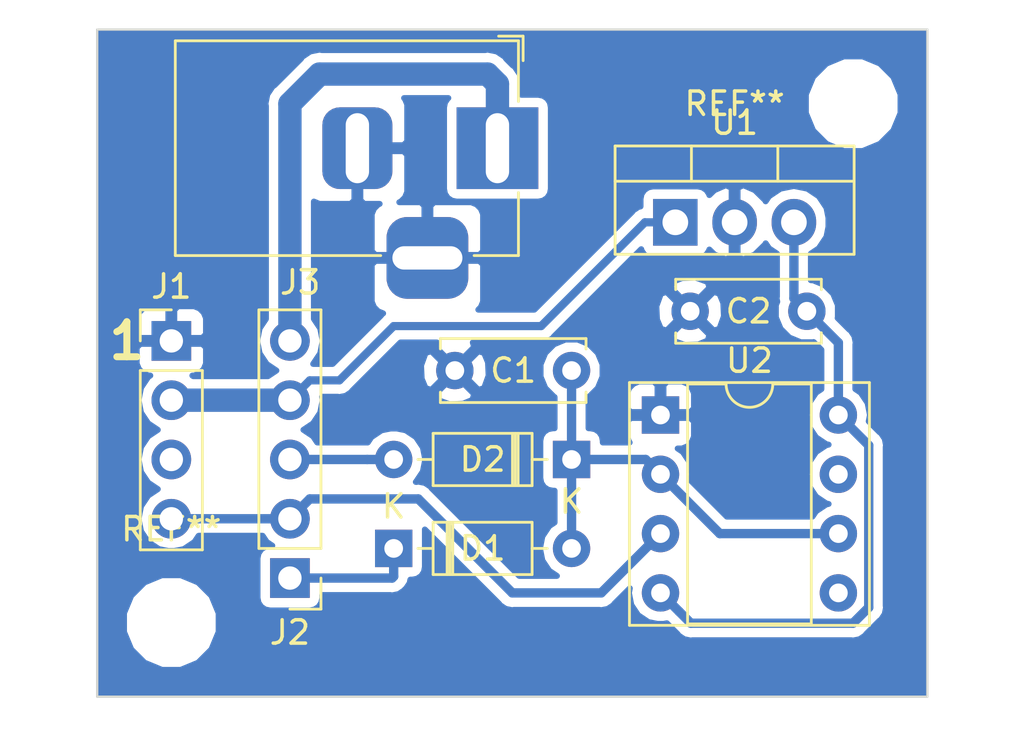
<source format=kicad_pcb>
(kicad_pcb (version 20171130) (host pcbnew 5.0.0)

  (general
    (thickness 1.6)
    (drawings 5)
    (tracks 40)
    (zones 0)
    (modules 11)
    (nets 12)
  )

  (page A4)
  (layers
    (0 F.Cu signal)
    (31 B.Cu signal hide)
    (32 B.Adhes user)
    (33 F.Adhes user)
    (34 B.Paste user)
    (35 F.Paste user)
    (36 B.SilkS user)
    (37 F.SilkS user)
    (38 B.Mask user)
    (39 F.Mask user)
    (40 Dwgs.User user)
    (41 Cmts.User user)
    (42 Eco1.User user)
    (43 Eco2.User user)
    (44 Edge.Cuts user)
    (45 Margin user)
    (46 B.CrtYd user)
    (47 F.CrtYd user)
    (48 B.Fab user)
    (49 F.Fab user)
  )

  (setup
    (last_trace_width 0.35)
    (user_trace_width 0.4)
    (user_trace_width 1)
    (trace_clearance 0.3)
    (zone_clearance 0.4)
    (zone_45_only no)
    (trace_min 0.2)
    (segment_width 0.2)
    (edge_width 0.1)
    (via_size 0.8)
    (via_drill 0.4)
    (via_min_size 0.4)
    (via_min_drill 0.3)
    (uvia_size 0.3)
    (uvia_drill 0.1)
    (uvias_allowed no)
    (uvia_min_size 0.2)
    (uvia_min_drill 0.1)
    (pcb_text_width 0.3)
    (pcb_text_size 1.5 1.5)
    (mod_edge_width 0.15)
    (mod_text_size 1 1)
    (mod_text_width 0.15)
    (pad_size 1.5 1.5)
    (pad_drill 0.6)
    (pad_to_mask_clearance 0)
    (aux_axis_origin 0 0)
    (visible_elements 7FFFFFFF)
    (pcbplotparams
      (layerselection 0x00020_7ffffffe)
      (usegerberextensions false)
      (usegerberattributes false)
      (usegerberadvancedattributes false)
      (creategerberjobfile false)
      (excludeedgelayer true)
      (linewidth 0.100000)
      (plotframeref false)
      (viasonmask false)
      (mode 1)
      (useauxorigin false)
      (hpglpennumber 1)
      (hpglpenspeed 20)
      (hpglpendiameter 15.000000)
      (psnegative false)
      (psa4output false)
      (plotreference true)
      (plotvalue true)
      (plotinvisibletext false)
      (padsonsilk false)
      (subtractmaskfromsilk false)
      (outputformat 5)
      (mirror true)
      (drillshape 2)
      (scaleselection 1)
      (outputdirectory "exports/"))
  )

  (net 0 "")
  (net 1 /LEVEL)
  (net 2 GND)
  (net 3 +5V)
  (net 4 /POT_R)
  (net 5 /POT_L)
  (net 6 +12V)
  (net 7 "Net-(J1-Pad3)")
  (net 8 /POT_M)
  (net 9 /JACK+)
  (net 10 "Net-(U2-Pad5)")
  (net 11 "Net-(U2-Pad7)")

  (net_class Default "This is the default net class."
    (clearance 0.3)
    (trace_width 0.35)
    (via_dia 0.8)
    (via_drill 0.4)
    (uvia_dia 0.3)
    (uvia_drill 0.1)
    (add_net +12V)
    (add_net +5V)
    (add_net /JACK+)
    (add_net /LEVEL)
    (add_net /POT_L)
    (add_net /POT_M)
    (add_net /POT_R)
    (add_net GND)
    (add_net "Net-(J1-Pad3)")
    (add_net "Net-(U2-Pad5)")
    (add_net "Net-(U2-Pad7)")
  )

  (module Connector_BarrelJack:BarrelJack_Horizontal (layer F.Cu) (tedit 5A1DBF6A) (tstamp 5B68BA33)
    (at 144.145 95.885)
    (descr "DC Barrel Jack")
    (tags "Power Jack")
    (path /5B60E914)
    (fp_text reference J3 (at -8.45 5.75) (layer F.SilkS)
      (effects (font (size 1 1) (thickness 0.15)))
    )
    (fp_text value Barrel_Jack_Switch (at -6.2 -5.5) (layer F.Fab)
      (effects (font (size 1 1) (thickness 0.15)))
    )
    (fp_line (start 0 -4.5) (end -13.7 -4.5) (layer F.Fab) (width 0.1))
    (fp_line (start 0.8 4.5) (end 0.8 -3.75) (layer F.Fab) (width 0.1))
    (fp_line (start -13.7 4.5) (end 0.8 4.5) (layer F.Fab) (width 0.1))
    (fp_line (start -13.7 -4.5) (end -13.7 4.5) (layer F.Fab) (width 0.1))
    (fp_line (start -10.2 -4.5) (end -10.2 4.5) (layer F.Fab) (width 0.1))
    (fp_line (start 0.9 -4.6) (end 0.9 -2) (layer F.SilkS) (width 0.12))
    (fp_line (start -13.8 -4.6) (end 0.9 -4.6) (layer F.SilkS) (width 0.12))
    (fp_line (start 0.9 4.6) (end -1 4.6) (layer F.SilkS) (width 0.12))
    (fp_line (start 0.9 1.9) (end 0.9 4.6) (layer F.SilkS) (width 0.12))
    (fp_line (start -13.8 4.6) (end -13.8 -4.6) (layer F.SilkS) (width 0.12))
    (fp_line (start -5 4.6) (end -13.8 4.6) (layer F.SilkS) (width 0.12))
    (fp_line (start -14 4.75) (end -14 -4.75) (layer F.CrtYd) (width 0.05))
    (fp_line (start -5 4.75) (end -14 4.75) (layer F.CrtYd) (width 0.05))
    (fp_line (start -5 6.75) (end -5 4.75) (layer F.CrtYd) (width 0.05))
    (fp_line (start -1 6.75) (end -5 6.75) (layer F.CrtYd) (width 0.05))
    (fp_line (start -1 4.75) (end -1 6.75) (layer F.CrtYd) (width 0.05))
    (fp_line (start 1 4.75) (end -1 4.75) (layer F.CrtYd) (width 0.05))
    (fp_line (start 1 2) (end 1 4.75) (layer F.CrtYd) (width 0.05))
    (fp_line (start 2 2) (end 1 2) (layer F.CrtYd) (width 0.05))
    (fp_line (start 2 -2) (end 2 2) (layer F.CrtYd) (width 0.05))
    (fp_line (start 1 -2) (end 2 -2) (layer F.CrtYd) (width 0.05))
    (fp_line (start 1 -4.5) (end 1 -2) (layer F.CrtYd) (width 0.05))
    (fp_line (start 1 -4.75) (end -14 -4.75) (layer F.CrtYd) (width 0.05))
    (fp_line (start 1 -4.5) (end 1 -4.75) (layer F.CrtYd) (width 0.05))
    (fp_line (start 0.05 -4.8) (end 1.1 -4.8) (layer F.SilkS) (width 0.12))
    (fp_line (start 1.1 -3.75) (end 1.1 -4.8) (layer F.SilkS) (width 0.12))
    (fp_line (start -0.003213 -4.505425) (end 0.8 -3.75) (layer F.Fab) (width 0.1))
    (fp_text user %R (at -3 -2.95) (layer F.Fab)
      (effects (font (size 1 1) (thickness 0.15)))
    )
    (pad 3 thru_hole roundrect (at -3 4.7) (size 3.5 3.5) (drill oval 3 1) (layers *.Cu *.Mask) (roundrect_rratio 0.25)
      (net 2 GND))
    (pad 2 thru_hole roundrect (at -6 0) (size 3 3.5) (drill oval 1 3) (layers *.Cu *.Mask) (roundrect_rratio 0.25)
      (net 2 GND))
    (pad 1 thru_hole rect (at 0 0) (size 3.5 3.5) (drill oval 1 3) (layers *.Cu *.Mask)
      (net 9 /JACK+))
    (model ${KISYS3DMOD}/Connector_BarrelJack.3dshapes/BarrelJack_Horizontal.wrl
      (at (xyz 0 0 0))
      (scale (xyz 1 1 1))
      (rotate (xyz 0 0 0))
    )
  )

  (module Capacitor_THT:C_Disc_D6.0mm_W2.5mm_P5.00mm (layer F.Cu) (tedit 5AE50EF0) (tstamp 5B68B98C)
    (at 147.32 105.41 180)
    (descr "C, Disc series, Radial, pin pitch=5.00mm, , diameter*width=6*2.5mm^2, Capacitor, http://cdn-reichelt.de/documents/datenblatt/B300/DS_KERKO_TC.pdf")
    (tags "C Disc series Radial pin pitch 5.00mm  diameter 6mm width 2.5mm Capacitor")
    (path /5B5D347E)
    (fp_text reference C1 (at 2.5 0 180) (layer F.SilkS)
      (effects (font (size 1 1) (thickness 0.15)))
    )
    (fp_text value 1nF (at 2.5 2.5 180) (layer F.Fab)
      (effects (font (size 1 1) (thickness 0.15)))
    )
    (fp_text user %R (at 2.5 0 180) (layer F.Fab)
      (effects (font (size 1 1) (thickness 0.15)))
    )
    (fp_line (start 6.05 -1.5) (end -1.05 -1.5) (layer F.CrtYd) (width 0.05))
    (fp_line (start 6.05 1.5) (end 6.05 -1.5) (layer F.CrtYd) (width 0.05))
    (fp_line (start -1.05 1.5) (end 6.05 1.5) (layer F.CrtYd) (width 0.05))
    (fp_line (start -1.05 -1.5) (end -1.05 1.5) (layer F.CrtYd) (width 0.05))
    (fp_line (start 5.62 0.925) (end 5.62 1.37) (layer F.SilkS) (width 0.12))
    (fp_line (start 5.62 -1.37) (end 5.62 -0.925) (layer F.SilkS) (width 0.12))
    (fp_line (start -0.62 0.925) (end -0.62 1.37) (layer F.SilkS) (width 0.12))
    (fp_line (start -0.62 -1.37) (end -0.62 -0.925) (layer F.SilkS) (width 0.12))
    (fp_line (start -0.62 1.37) (end 5.62 1.37) (layer F.SilkS) (width 0.12))
    (fp_line (start -0.62 -1.37) (end 5.62 -1.37) (layer F.SilkS) (width 0.12))
    (fp_line (start 5.5 -1.25) (end -0.5 -1.25) (layer F.Fab) (width 0.1))
    (fp_line (start 5.5 1.25) (end 5.5 -1.25) (layer F.Fab) (width 0.1))
    (fp_line (start -0.5 1.25) (end 5.5 1.25) (layer F.Fab) (width 0.1))
    (fp_line (start -0.5 -1.25) (end -0.5 1.25) (layer F.Fab) (width 0.1))
    (pad 2 thru_hole circle (at 5 0 180) (size 1.6 1.6) (drill 0.8) (layers *.Cu *.Mask)
      (net 2 GND))
    (pad 1 thru_hole circle (at 0 0 180) (size 1.6 1.6) (drill 0.8) (layers *.Cu *.Mask)
      (net 1 /LEVEL))
    (model ${KISYS3DMOD}/Capacitor_THT.3dshapes/C_Disc_D6.0mm_W2.5mm_P5.00mm.wrl
      (at (xyz 0 0 0))
      (scale (xyz 1 1 1))
      (rotate (xyz 0 0 0))
    )
  )

  (module Capacitor_THT:C_Disc_D6.0mm_W2.5mm_P5.00mm (layer F.Cu) (tedit 5AE50EF0) (tstamp 5B68B9A1)
    (at 152.4 102.87)
    (descr "C, Disc series, Radial, pin pitch=5.00mm, , diameter*width=6*2.5mm^2, Capacitor, http://cdn-reichelt.de/documents/datenblatt/B300/DS_KERKO_TC.pdf")
    (tags "C Disc series Radial pin pitch 5.00mm  diameter 6mm width 2.5mm Capacitor")
    (path /5B5DADA9)
    (fp_text reference C2 (at 2.5 0) (layer F.SilkS)
      (effects (font (size 1 1) (thickness 0.15)))
    )
    (fp_text value 0.1uF (at 2.5 2.5) (layer F.Fab)
      (effects (font (size 1 1) (thickness 0.15)))
    )
    (fp_text user %R (at 2.5 0) (layer F.Fab)
      (effects (font (size 1 1) (thickness 0.15)))
    )
    (fp_line (start 6.05 -1.5) (end -1.05 -1.5) (layer F.CrtYd) (width 0.05))
    (fp_line (start 6.05 1.5) (end 6.05 -1.5) (layer F.CrtYd) (width 0.05))
    (fp_line (start -1.05 1.5) (end 6.05 1.5) (layer F.CrtYd) (width 0.05))
    (fp_line (start -1.05 -1.5) (end -1.05 1.5) (layer F.CrtYd) (width 0.05))
    (fp_line (start 5.62 0.925) (end 5.62 1.37) (layer F.SilkS) (width 0.12))
    (fp_line (start 5.62 -1.37) (end 5.62 -0.925) (layer F.SilkS) (width 0.12))
    (fp_line (start -0.62 0.925) (end -0.62 1.37) (layer F.SilkS) (width 0.12))
    (fp_line (start -0.62 -1.37) (end -0.62 -0.925) (layer F.SilkS) (width 0.12))
    (fp_line (start -0.62 1.37) (end 5.62 1.37) (layer F.SilkS) (width 0.12))
    (fp_line (start -0.62 -1.37) (end 5.62 -1.37) (layer F.SilkS) (width 0.12))
    (fp_line (start 5.5 -1.25) (end -0.5 -1.25) (layer F.Fab) (width 0.1))
    (fp_line (start 5.5 1.25) (end 5.5 -1.25) (layer F.Fab) (width 0.1))
    (fp_line (start -0.5 1.25) (end 5.5 1.25) (layer F.Fab) (width 0.1))
    (fp_line (start -0.5 -1.25) (end -0.5 1.25) (layer F.Fab) (width 0.1))
    (pad 2 thru_hole circle (at 5 0) (size 1.6 1.6) (drill 0.8) (layers *.Cu *.Mask)
      (net 3 +5V))
    (pad 1 thru_hole circle (at 0 0) (size 1.6 1.6) (drill 0.8) (layers *.Cu *.Mask)
      (net 2 GND))
    (model ${KISYS3DMOD}/Capacitor_THT.3dshapes/C_Disc_D6.0mm_W2.5mm_P5.00mm.wrl
      (at (xyz 0 0 0))
      (scale (xyz 1 1 1))
      (rotate (xyz 0 0 0))
    )
  )

  (module Diode_THT:D_DO-35_SOD27_P7.62mm_Horizontal (layer F.Cu) (tedit 5AE50CD5) (tstamp 5B68B9C0)
    (at 139.7 113.03)
    (descr "Diode, DO-35_SOD27 series, Axial, Horizontal, pin pitch=7.62mm, , length*diameter=4*2mm^2, , http://www.diodes.com/_files/packages/DO-35.pdf")
    (tags "Diode DO-35_SOD27 series Axial Horizontal pin pitch 7.62mm  length 4mm diameter 2mm")
    (path /5B5D2831)
    (fp_text reference D1 (at 3.81 0) (layer F.SilkS)
      (effects (font (size 1 1) (thickness 0.15)))
    )
    (fp_text value 1N4148 (at 3.81 2.12) (layer F.Fab)
      (effects (font (size 1 1) (thickness 0.15)))
    )
    (fp_text user K (at 0 -1.8) (layer F.SilkS)
      (effects (font (size 1 1) (thickness 0.15)))
    )
    (fp_text user K (at 0 -1.8) (layer F.Fab)
      (effects (font (size 1 1) (thickness 0.15)))
    )
    (fp_text user %R (at 4.11 0) (layer F.Fab)
      (effects (font (size 0.8 0.8) (thickness 0.12)))
    )
    (fp_line (start 8.67 -1.25) (end -1.05 -1.25) (layer F.CrtYd) (width 0.05))
    (fp_line (start 8.67 1.25) (end 8.67 -1.25) (layer F.CrtYd) (width 0.05))
    (fp_line (start -1.05 1.25) (end 8.67 1.25) (layer F.CrtYd) (width 0.05))
    (fp_line (start -1.05 -1.25) (end -1.05 1.25) (layer F.CrtYd) (width 0.05))
    (fp_line (start 2.29 -1.12) (end 2.29 1.12) (layer F.SilkS) (width 0.12))
    (fp_line (start 2.53 -1.12) (end 2.53 1.12) (layer F.SilkS) (width 0.12))
    (fp_line (start 2.41 -1.12) (end 2.41 1.12) (layer F.SilkS) (width 0.12))
    (fp_line (start 6.58 0) (end 5.93 0) (layer F.SilkS) (width 0.12))
    (fp_line (start 1.04 0) (end 1.69 0) (layer F.SilkS) (width 0.12))
    (fp_line (start 5.93 -1.12) (end 1.69 -1.12) (layer F.SilkS) (width 0.12))
    (fp_line (start 5.93 1.12) (end 5.93 -1.12) (layer F.SilkS) (width 0.12))
    (fp_line (start 1.69 1.12) (end 5.93 1.12) (layer F.SilkS) (width 0.12))
    (fp_line (start 1.69 -1.12) (end 1.69 1.12) (layer F.SilkS) (width 0.12))
    (fp_line (start 2.31 -1) (end 2.31 1) (layer F.Fab) (width 0.1))
    (fp_line (start 2.51 -1) (end 2.51 1) (layer F.Fab) (width 0.1))
    (fp_line (start 2.41 -1) (end 2.41 1) (layer F.Fab) (width 0.1))
    (fp_line (start 7.62 0) (end 5.81 0) (layer F.Fab) (width 0.1))
    (fp_line (start 0 0) (end 1.81 0) (layer F.Fab) (width 0.1))
    (fp_line (start 5.81 -1) (end 1.81 -1) (layer F.Fab) (width 0.1))
    (fp_line (start 5.81 1) (end 5.81 -1) (layer F.Fab) (width 0.1))
    (fp_line (start 1.81 1) (end 5.81 1) (layer F.Fab) (width 0.1))
    (fp_line (start 1.81 -1) (end 1.81 1) (layer F.Fab) (width 0.1))
    (pad 2 thru_hole oval (at 7.62 0) (size 1.6 1.6) (drill 0.8) (layers *.Cu *.Mask)
      (net 1 /LEVEL))
    (pad 1 thru_hole rect (at 0 0) (size 1.6 1.6) (drill 0.8) (layers *.Cu *.Mask)
      (net 4 /POT_R))
    (model ${KISYS3DMOD}/Diode_THT.3dshapes/D_DO-35_SOD27_P7.62mm_Horizontal.wrl
      (at (xyz 0 0 0))
      (scale (xyz 1 1 1))
      (rotate (xyz 0 0 0))
    )
  )

  (module Diode_THT:D_DO-35_SOD27_P7.62mm_Horizontal (layer F.Cu) (tedit 5AE50CD5) (tstamp 5B68B9DF)
    (at 147.32 109.22 180)
    (descr "Diode, DO-35_SOD27 series, Axial, Horizontal, pin pitch=7.62mm, , length*diameter=4*2mm^2, , http://www.diodes.com/_files/packages/DO-35.pdf")
    (tags "Diode DO-35_SOD27 series Axial Horizontal pin pitch 7.62mm  length 4mm diameter 2mm")
    (path /5B5D2746)
    (fp_text reference D2 (at 3.81 0 180) (layer F.SilkS)
      (effects (font (size 1 1) (thickness 0.15)))
    )
    (fp_text value 1N4148 (at 3.81 2.12 180) (layer F.Fab)
      (effects (font (size 1 1) (thickness 0.15)))
    )
    (fp_text user K (at 0 -1.8 180) (layer F.SilkS)
      (effects (font (size 1 1) (thickness 0.15)))
    )
    (fp_text user K (at 0 -1.8 180) (layer F.Fab)
      (effects (font (size 1 1) (thickness 0.15)))
    )
    (fp_text user %R (at 4.11 0 180) (layer F.Fab)
      (effects (font (size 0.8 0.8) (thickness 0.12)))
    )
    (fp_line (start 8.67 -1.25) (end -1.05 -1.25) (layer F.CrtYd) (width 0.05))
    (fp_line (start 8.67 1.25) (end 8.67 -1.25) (layer F.CrtYd) (width 0.05))
    (fp_line (start -1.05 1.25) (end 8.67 1.25) (layer F.CrtYd) (width 0.05))
    (fp_line (start -1.05 -1.25) (end -1.05 1.25) (layer F.CrtYd) (width 0.05))
    (fp_line (start 2.29 -1.12) (end 2.29 1.12) (layer F.SilkS) (width 0.12))
    (fp_line (start 2.53 -1.12) (end 2.53 1.12) (layer F.SilkS) (width 0.12))
    (fp_line (start 2.41 -1.12) (end 2.41 1.12) (layer F.SilkS) (width 0.12))
    (fp_line (start 6.58 0) (end 5.93 0) (layer F.SilkS) (width 0.12))
    (fp_line (start 1.04 0) (end 1.69 0) (layer F.SilkS) (width 0.12))
    (fp_line (start 5.93 -1.12) (end 1.69 -1.12) (layer F.SilkS) (width 0.12))
    (fp_line (start 5.93 1.12) (end 5.93 -1.12) (layer F.SilkS) (width 0.12))
    (fp_line (start 1.69 1.12) (end 5.93 1.12) (layer F.SilkS) (width 0.12))
    (fp_line (start 1.69 -1.12) (end 1.69 1.12) (layer F.SilkS) (width 0.12))
    (fp_line (start 2.31 -1) (end 2.31 1) (layer F.Fab) (width 0.1))
    (fp_line (start 2.51 -1) (end 2.51 1) (layer F.Fab) (width 0.1))
    (fp_line (start 2.41 -1) (end 2.41 1) (layer F.Fab) (width 0.1))
    (fp_line (start 7.62 0) (end 5.81 0) (layer F.Fab) (width 0.1))
    (fp_line (start 0 0) (end 1.81 0) (layer F.Fab) (width 0.1))
    (fp_line (start 5.81 -1) (end 1.81 -1) (layer F.Fab) (width 0.1))
    (fp_line (start 5.81 1) (end 5.81 -1) (layer F.Fab) (width 0.1))
    (fp_line (start 1.81 1) (end 5.81 1) (layer F.Fab) (width 0.1))
    (fp_line (start 1.81 -1) (end 1.81 1) (layer F.Fab) (width 0.1))
    (pad 2 thru_hole oval (at 7.62 0 180) (size 1.6 1.6) (drill 0.8) (layers *.Cu *.Mask)
      (net 5 /POT_L))
    (pad 1 thru_hole rect (at 0 0 180) (size 1.6 1.6) (drill 0.8) (layers *.Cu *.Mask)
      (net 1 /LEVEL))
    (model ${KISYS3DMOD}/Diode_THT.3dshapes/D_DO-35_SOD27_P7.62mm_Horizontal.wrl
      (at (xyz 0 0 0))
      (scale (xyz 1 1 1))
      (rotate (xyz 0 0 0))
    )
  )

  (module Connector_PinHeader_2.54mm:PinHeader_1x04_P2.54mm_Vertical (layer F.Cu) (tedit 59FED5CC) (tstamp 5B68B9F7)
    (at 130.175 104.14)
    (descr "Through hole straight pin header, 1x04, 2.54mm pitch, single row")
    (tags "Through hole pin header THT 1x04 2.54mm single row")
    (path /5B5E4BD7)
    (fp_text reference J1 (at 0 -2.33) (layer F.SilkS)
      (effects (font (size 1 1) (thickness 0.15)))
    )
    (fp_text value FAN_CONN (at 0 9.95) (layer F.Fab)
      (effects (font (size 1 1) (thickness 0.15)))
    )
    (fp_text user %R (at 0 3.81 90) (layer F.Fab)
      (effects (font (size 1 1) (thickness 0.15)))
    )
    (fp_line (start 1.8 -1.8) (end -1.8 -1.8) (layer F.CrtYd) (width 0.05))
    (fp_line (start 1.8 9.4) (end 1.8 -1.8) (layer F.CrtYd) (width 0.05))
    (fp_line (start -1.8 9.4) (end 1.8 9.4) (layer F.CrtYd) (width 0.05))
    (fp_line (start -1.8 -1.8) (end -1.8 9.4) (layer F.CrtYd) (width 0.05))
    (fp_line (start -1.33 -1.33) (end 0 -1.33) (layer F.SilkS) (width 0.12))
    (fp_line (start -1.33 0) (end -1.33 -1.33) (layer F.SilkS) (width 0.12))
    (fp_line (start -1.33 1.27) (end 1.33 1.27) (layer F.SilkS) (width 0.12))
    (fp_line (start 1.33 1.27) (end 1.33 8.95) (layer F.SilkS) (width 0.12))
    (fp_line (start -1.33 1.27) (end -1.33 8.95) (layer F.SilkS) (width 0.12))
    (fp_line (start -1.33 8.95) (end 1.33 8.95) (layer F.SilkS) (width 0.12))
    (fp_line (start -1.27 -0.635) (end -0.635 -1.27) (layer F.Fab) (width 0.1))
    (fp_line (start -1.27 8.89) (end -1.27 -0.635) (layer F.Fab) (width 0.1))
    (fp_line (start 1.27 8.89) (end -1.27 8.89) (layer F.Fab) (width 0.1))
    (fp_line (start 1.27 -1.27) (end 1.27 8.89) (layer F.Fab) (width 0.1))
    (fp_line (start -0.635 -1.27) (end 1.27 -1.27) (layer F.Fab) (width 0.1))
    (pad 4 thru_hole oval (at 0 7.62) (size 1.7 1.7) (drill 1) (layers *.Cu *.Mask)
      (net 8 /POT_M))
    (pad 3 thru_hole oval (at 0 5.08) (size 1.7 1.7) (drill 1) (layers *.Cu *.Mask)
      (net 7 "Net-(J1-Pad3)"))
    (pad 2 thru_hole oval (at 0 2.54) (size 1.7 1.7) (drill 1) (layers *.Cu *.Mask)
      (net 6 +12V))
    (pad 1 thru_hole rect (at 0 0) (size 1.7 1.7) (drill 1) (layers *.Cu *.Mask)
      (net 2 GND))
    (model ${KISYS3DMOD}/Connector_PinHeader_2.54mm.3dshapes/PinHeader_1x04_P2.54mm_Vertical.wrl
      (at (xyz 0 0 0))
      (scale (xyz 1 1 1))
      (rotate (xyz 0 0 0))
    )
  )

  (module Connector_PinHeader_2.54mm:PinHeader_1x05_P2.54mm_Vertical (layer F.Cu) (tedit 59FED5CC) (tstamp 5B68BA10)
    (at 135.255 114.3 180)
    (descr "Through hole straight pin header, 1x05, 2.54mm pitch, single row")
    (tags "Through hole pin header THT 1x05 2.54mm single row")
    (path /5B5DE47C)
    (fp_text reference J2 (at 0 -2.33 180) (layer F.SilkS)
      (effects (font (size 1 1) (thickness 0.15)))
    )
    (fp_text value CONTROLS_CONN (at 0 12.49 180) (layer F.Fab)
      (effects (font (size 1 1) (thickness 0.15)))
    )
    (fp_text user %R (at 0 5.08 270) (layer F.Fab)
      (effects (font (size 1 1) (thickness 0.15)))
    )
    (fp_line (start 1.8 -1.8) (end -1.8 -1.8) (layer F.CrtYd) (width 0.05))
    (fp_line (start 1.8 11.95) (end 1.8 -1.8) (layer F.CrtYd) (width 0.05))
    (fp_line (start -1.8 11.95) (end 1.8 11.95) (layer F.CrtYd) (width 0.05))
    (fp_line (start -1.8 -1.8) (end -1.8 11.95) (layer F.CrtYd) (width 0.05))
    (fp_line (start -1.33 -1.33) (end 0 -1.33) (layer F.SilkS) (width 0.12))
    (fp_line (start -1.33 0) (end -1.33 -1.33) (layer F.SilkS) (width 0.12))
    (fp_line (start -1.33 1.27) (end 1.33 1.27) (layer F.SilkS) (width 0.12))
    (fp_line (start 1.33 1.27) (end 1.33 11.49) (layer F.SilkS) (width 0.12))
    (fp_line (start -1.33 1.27) (end -1.33 11.49) (layer F.SilkS) (width 0.12))
    (fp_line (start -1.33 11.49) (end 1.33 11.49) (layer F.SilkS) (width 0.12))
    (fp_line (start -1.27 -0.635) (end -0.635 -1.27) (layer F.Fab) (width 0.1))
    (fp_line (start -1.27 11.43) (end -1.27 -0.635) (layer F.Fab) (width 0.1))
    (fp_line (start 1.27 11.43) (end -1.27 11.43) (layer F.Fab) (width 0.1))
    (fp_line (start 1.27 -1.27) (end 1.27 11.43) (layer F.Fab) (width 0.1))
    (fp_line (start -0.635 -1.27) (end 1.27 -1.27) (layer F.Fab) (width 0.1))
    (pad 5 thru_hole oval (at 0 10.16 180) (size 1.7 1.7) (drill 1) (layers *.Cu *.Mask)
      (net 9 /JACK+))
    (pad 4 thru_hole oval (at 0 7.62 180) (size 1.7 1.7) (drill 1) (layers *.Cu *.Mask)
      (net 6 +12V))
    (pad 3 thru_hole oval (at 0 5.08 180) (size 1.7 1.7) (drill 1) (layers *.Cu *.Mask)
      (net 5 /POT_L))
    (pad 2 thru_hole oval (at 0 2.54 180) (size 1.7 1.7) (drill 1) (layers *.Cu *.Mask)
      (net 8 /POT_M))
    (pad 1 thru_hole rect (at 0 0 180) (size 1.7 1.7) (drill 1) (layers *.Cu *.Mask)
      (net 4 /POT_R))
    (model ${KISYS3DMOD}/Connector_PinHeader_2.54mm.3dshapes/PinHeader_1x05_P2.54mm_Vertical.wrl
      (at (xyz 0 0 0))
      (scale (xyz 1 1 1))
      (rotate (xyz 0 0 0))
    )
  )

  (module Package_TO_SOT_THT:TO-220-3_Vertical (layer F.Cu) (tedit 5AC8BA0D) (tstamp 5B68BA4D)
    (at 151.765 99.06)
    (descr "TO-220-3, Vertical, RM 2.54mm, see https://www.vishay.com/docs/66542/to-220-1.pdf")
    (tags "TO-220-3 Vertical RM 2.54mm")
    (path /5B5DE611)
    (fp_text reference U1 (at 2.54 -4.27) (layer F.SilkS)
      (effects (font (size 1 1) (thickness 0.15)))
    )
    (fp_text value L7805 (at 2.54 2.5) (layer F.Fab)
      (effects (font (size 1 1) (thickness 0.15)))
    )
    (fp_text user %R (at 2.54 -4.27) (layer F.Fab)
      (effects (font (size 1 1) (thickness 0.15)))
    )
    (fp_line (start 7.79 -3.4) (end -2.71 -3.4) (layer F.CrtYd) (width 0.05))
    (fp_line (start 7.79 1.51) (end 7.79 -3.4) (layer F.CrtYd) (width 0.05))
    (fp_line (start -2.71 1.51) (end 7.79 1.51) (layer F.CrtYd) (width 0.05))
    (fp_line (start -2.71 -3.4) (end -2.71 1.51) (layer F.CrtYd) (width 0.05))
    (fp_line (start 4.391 -3.27) (end 4.391 -1.76) (layer F.SilkS) (width 0.12))
    (fp_line (start 0.69 -3.27) (end 0.69 -1.76) (layer F.SilkS) (width 0.12))
    (fp_line (start -2.58 -1.76) (end 7.66 -1.76) (layer F.SilkS) (width 0.12))
    (fp_line (start 7.66 -3.27) (end 7.66 1.371) (layer F.SilkS) (width 0.12))
    (fp_line (start -2.58 -3.27) (end -2.58 1.371) (layer F.SilkS) (width 0.12))
    (fp_line (start -2.58 1.371) (end 7.66 1.371) (layer F.SilkS) (width 0.12))
    (fp_line (start -2.58 -3.27) (end 7.66 -3.27) (layer F.SilkS) (width 0.12))
    (fp_line (start 4.39 -3.15) (end 4.39 -1.88) (layer F.Fab) (width 0.1))
    (fp_line (start 0.69 -3.15) (end 0.69 -1.88) (layer F.Fab) (width 0.1))
    (fp_line (start -2.46 -1.88) (end 7.54 -1.88) (layer F.Fab) (width 0.1))
    (fp_line (start 7.54 -3.15) (end -2.46 -3.15) (layer F.Fab) (width 0.1))
    (fp_line (start 7.54 1.25) (end 7.54 -3.15) (layer F.Fab) (width 0.1))
    (fp_line (start -2.46 1.25) (end 7.54 1.25) (layer F.Fab) (width 0.1))
    (fp_line (start -2.46 -3.15) (end -2.46 1.25) (layer F.Fab) (width 0.1))
    (pad 3 thru_hole oval (at 5.08 0) (size 1.905 2) (drill 1.1) (layers *.Cu *.Mask)
      (net 3 +5V))
    (pad 2 thru_hole oval (at 2.54 0) (size 1.905 2) (drill 1.1) (layers *.Cu *.Mask)
      (net 2 GND))
    (pad 1 thru_hole rect (at 0 0) (size 1.905 2) (drill 1.1) (layers *.Cu *.Mask)
      (net 6 +12V))
    (model ${KISYS3DMOD}/Package_TO_SOT_THT.3dshapes/TO-220-3_Vertical.wrl
      (at (xyz 0 0 0))
      (scale (xyz 1 1 1))
      (rotate (xyz 0 0 0))
    )
  )

  (module Package_DIP:DIP-8_W7.62mm_Socket (layer F.Cu) (tedit 5A02E8C5) (tstamp 5B68BA71)
    (at 151.13 107.315)
    (descr "8-lead though-hole mounted DIP package, row spacing 7.62 mm (300 mils), Socket")
    (tags "THT DIP DIL PDIP 2.54mm 7.62mm 300mil Socket")
    (path /5B5D2609)
    (fp_text reference U2 (at 3.81 -2.33) (layer F.SilkS)
      (effects (font (size 1 1) (thickness 0.15)))
    )
    (fp_text value NE555 (at 3.81 9.95) (layer F.Fab)
      (effects (font (size 1 1) (thickness 0.15)))
    )
    (fp_text user %R (at 3.81 3.81) (layer F.Fab)
      (effects (font (size 1 1) (thickness 0.15)))
    )
    (fp_line (start 9.15 -1.6) (end -1.55 -1.6) (layer F.CrtYd) (width 0.05))
    (fp_line (start 9.15 9.2) (end 9.15 -1.6) (layer F.CrtYd) (width 0.05))
    (fp_line (start -1.55 9.2) (end 9.15 9.2) (layer F.CrtYd) (width 0.05))
    (fp_line (start -1.55 -1.6) (end -1.55 9.2) (layer F.CrtYd) (width 0.05))
    (fp_line (start 8.95 -1.39) (end -1.33 -1.39) (layer F.SilkS) (width 0.12))
    (fp_line (start 8.95 9.01) (end 8.95 -1.39) (layer F.SilkS) (width 0.12))
    (fp_line (start -1.33 9.01) (end 8.95 9.01) (layer F.SilkS) (width 0.12))
    (fp_line (start -1.33 -1.39) (end -1.33 9.01) (layer F.SilkS) (width 0.12))
    (fp_line (start 6.46 -1.33) (end 4.81 -1.33) (layer F.SilkS) (width 0.12))
    (fp_line (start 6.46 8.95) (end 6.46 -1.33) (layer F.SilkS) (width 0.12))
    (fp_line (start 1.16 8.95) (end 6.46 8.95) (layer F.SilkS) (width 0.12))
    (fp_line (start 1.16 -1.33) (end 1.16 8.95) (layer F.SilkS) (width 0.12))
    (fp_line (start 2.81 -1.33) (end 1.16 -1.33) (layer F.SilkS) (width 0.12))
    (fp_line (start 8.89 -1.33) (end -1.27 -1.33) (layer F.Fab) (width 0.1))
    (fp_line (start 8.89 8.95) (end 8.89 -1.33) (layer F.Fab) (width 0.1))
    (fp_line (start -1.27 8.95) (end 8.89 8.95) (layer F.Fab) (width 0.1))
    (fp_line (start -1.27 -1.33) (end -1.27 8.95) (layer F.Fab) (width 0.1))
    (fp_line (start 0.635 -0.27) (end 1.635 -1.27) (layer F.Fab) (width 0.1))
    (fp_line (start 0.635 8.89) (end 0.635 -0.27) (layer F.Fab) (width 0.1))
    (fp_line (start 6.985 8.89) (end 0.635 8.89) (layer F.Fab) (width 0.1))
    (fp_line (start 6.985 -1.27) (end 6.985 8.89) (layer F.Fab) (width 0.1))
    (fp_line (start 1.635 -1.27) (end 6.985 -1.27) (layer F.Fab) (width 0.1))
    (fp_arc (start 3.81 -1.33) (end 2.81 -1.33) (angle -180) (layer F.SilkS) (width 0.12))
    (pad 8 thru_hole oval (at 7.62 0) (size 1.6 1.6) (drill 0.8) (layers *.Cu *.Mask)
      (net 3 +5V))
    (pad 4 thru_hole oval (at 0 7.62) (size 1.6 1.6) (drill 0.8) (layers *.Cu *.Mask)
      (net 3 +5V))
    (pad 7 thru_hole oval (at 7.62 2.54) (size 1.6 1.6) (drill 0.8) (layers *.Cu *.Mask)
      (net 11 "Net-(U2-Pad7)"))
    (pad 3 thru_hole oval (at 0 5.08) (size 1.6 1.6) (drill 0.8) (layers *.Cu *.Mask)
      (net 8 /POT_M))
    (pad 6 thru_hole oval (at 7.62 5.08) (size 1.6 1.6) (drill 0.8) (layers *.Cu *.Mask)
      (net 1 /LEVEL))
    (pad 2 thru_hole oval (at 0 2.54) (size 1.6 1.6) (drill 0.8) (layers *.Cu *.Mask)
      (net 1 /LEVEL))
    (pad 5 thru_hole oval (at 7.62 7.62) (size 1.6 1.6) (drill 0.8) (layers *.Cu *.Mask)
      (net 10 "Net-(U2-Pad5)"))
    (pad 1 thru_hole rect (at 0 0) (size 1.6 1.6) (drill 0.8) (layers *.Cu *.Mask)
      (net 2 GND))
    (model ${KISYS3DMOD}/Package_DIP.3dshapes/DIP-8_W7.62mm_Socket.wrl
      (at (xyz 0 0 0))
      (scale (xyz 1 1 1))
      (rotate (xyz 0 0 0))
    )
  )

  (module MountingHole:MountingHole_3mm (layer F.Cu) (tedit 56D1B4CB) (tstamp 5B7525CF)
    (at 159.385 93.98)
    (descr "Mounting Hole 3mm, no annular")
    (tags "mounting hole 3mm no annular")
    (attr virtual)
    (fp_text reference REF** (at -5.08 0) (layer F.SilkS)
      (effects (font (size 1 1) (thickness 0.15)))
    )
    (fp_text value MountingHole_3mm (at 0 4) (layer F.Fab)
      (effects (font (size 1 1) (thickness 0.15)))
    )
    (fp_circle (center 0 0) (end 3.25 0) (layer F.CrtYd) (width 0.05))
    (fp_circle (center 0 0) (end 3 0) (layer Cmts.User) (width 0.15))
    (fp_text user %R (at 0.3 0) (layer F.Fab)
      (effects (font (size 1 1) (thickness 0.15)))
    )
    (pad 1 np_thru_hole circle (at 0 0) (size 3 3) (drill 3) (layers *.Cu *.Mask))
  )

  (module MountingHole:MountingHole_3mm (layer F.Cu) (tedit 56D1B4CB) (tstamp 5B7525DE)
    (at 130.175 116.205)
    (descr "Mounting Hole 3mm, no annular")
    (tags "mounting hole 3mm no annular")
    (attr virtual)
    (fp_text reference REF** (at 0 -4) (layer F.SilkS)
      (effects (font (size 1 1) (thickness 0.15)))
    )
    (fp_text value MountingHole_3mm (at 0 4) (layer F.Fab)
      (effects (font (size 1 1) (thickness 0.15)))
    )
    (fp_circle (center 0 0) (end 3.25 0) (layer F.CrtYd) (width 0.05))
    (fp_circle (center 0 0) (end 3 0) (layer Cmts.User) (width 0.15))
    (fp_text user %R (at 0.3 0) (layer F.Fab)
      (effects (font (size 1 1) (thickness 0.15)))
    )
    (pad 1 np_thru_hole circle (at 0 0) (size 3 3) (drill 3) (layers *.Cu *.Mask))
  )

  (gr_line (start 127 119.38) (end 162.56 119.38) (layer Edge.Cuts) (width 0.1))
  (gr_line (start 127 90.805) (end 127 119.38) (layer Edge.Cuts) (width 0.1))
  (gr_line (start 162.56 90.805) (end 127 90.805) (layer Edge.Cuts) (width 0.1))
  (gr_line (start 162.56 119.38) (end 162.56 90.805) (layer Edge.Cuts) (width 0.1))
  (gr_text 1 (at 128.27 104.14) (layer F.SilkS)
    (effects (font (size 1.5 1.5) (thickness 0.3)))
  )

  (segment (start 153.67 112.395) (end 151.13 109.855) (width 0.4) (layer B.Cu) (net 1))
  (segment (start 158.75 112.395) (end 153.67 112.395) (width 0.4) (layer B.Cu) (net 1))
  (segment (start 147.32 105.41) (end 147.32 109.22) (width 0.4) (layer B.Cu) (net 1))
  (segment (start 150.495 109.22) (end 151.13 109.855) (width 0.4) (layer B.Cu) (net 1))
  (segment (start 147.32 109.22) (end 150.495 109.22) (width 0.4) (layer B.Cu) (net 1))
  (segment (start 147.32 109.22) (end 147.32 113.03) (width 0.4) (layer B.Cu) (net 1))
  (segment (start 152.430001 116.235001) (end 151.929999 115.734999) (width 0.4) (layer B.Cu) (net 3))
  (segment (start 159.374001 116.235001) (end 152.430001 116.235001) (width 0.4) (layer B.Cu) (net 3))
  (segment (start 151.929999 115.734999) (end 151.13 114.935) (width 0.4) (layer B.Cu) (net 3))
  (segment (start 160.050001 115.559001) (end 159.374001 116.235001) (width 0.4) (layer B.Cu) (net 3))
  (segment (start 160.050001 108.615001) (end 160.050001 115.559001) (width 0.4) (layer B.Cu) (net 3))
  (segment (start 158.75 107.315) (end 160.050001 108.615001) (width 0.4) (layer B.Cu) (net 3))
  (segment (start 158.75 104.22) (end 157.4 102.87) (width 0.4) (layer B.Cu) (net 3))
  (segment (start 158.75 107.315) (end 158.75 104.22) (width 0.4) (layer B.Cu) (net 3))
  (segment (start 156.845 102.315) (end 157.4 102.87) (width 0.4) (layer B.Cu) (net 3))
  (segment (start 156.845 99.06) (end 156.845 102.315) (width 0.4) (layer B.Cu) (net 3))
  (segment (start 139.63 114.3) (end 139.7 114.23) (width 0.4) (layer B.Cu) (net 4))
  (segment (start 139.7 114.23) (end 139.7 113.03) (width 0.4) (layer B.Cu) (net 4))
  (segment (start 135.255 114.3) (end 139.63 114.3) (width 0.4) (layer B.Cu) (net 4))
  (segment (start 138.56863 109.22) (end 135.255 109.22) (width 0.4) (layer B.Cu) (net 5))
  (segment (start 139.7 109.22) (end 138.56863 109.22) (width 0.4) (layer B.Cu) (net 5))
  (segment (start 136.104999 105.830001) (end 137.374999 105.830001) (width 0.35) (layer B.Cu) (net 6))
  (segment (start 135.255 106.68) (end 136.104999 105.830001) (width 0.35) (layer B.Cu) (net 6))
  (segment (start 137.374999 105.830001) (end 139.7 103.505) (width 0.35) (layer B.Cu) (net 6))
  (segment (start 150.4625 99.06) (end 151.765 99.06) (width 0.35) (layer B.Cu) (net 6))
  (segment (start 146.0175 103.505) (end 150.4625 99.06) (width 0.35) (layer B.Cu) (net 6))
  (segment (start 139.7 103.505) (end 146.0175 103.505) (width 0.35) (layer B.Cu) (net 6))
  (segment (start 135.255 106.68) (end 130.175 106.68) (width 1) (layer B.Cu) (net 6))
  (segment (start 136.104999 110.910001) (end 140.755001 110.910001) (width 0.4) (layer B.Cu) (net 8))
  (segment (start 135.255 111.76) (end 136.104999 110.910001) (width 0.4) (layer B.Cu) (net 8))
  (segment (start 151.13 112.395) (end 148.59 114.935) (width 0.4) (layer B.Cu) (net 8))
  (segment (start 144.78 114.935) (end 140.755001 110.910001) (width 0.4) (layer B.Cu) (net 8))
  (segment (start 148.59 114.935) (end 144.78 114.935) (width 0.4) (layer B.Cu) (net 8))
  (segment (start 135.255 111.76) (end 130.175 111.76) (width 0.4) (layer B.Cu) (net 8))
  (segment (start 144.145 95.885) (end 144.145 94.615) (width 1) (layer B.Cu) (net 9))
  (segment (start 135.255 93.98) (end 135.255 104.14) (width 1) (layer B.Cu) (net 9))
  (segment (start 136.525 92.71) (end 135.255 93.98) (width 1) (layer B.Cu) (net 9))
  (segment (start 143.72 92.71) (end 136.525 92.71) (width 1) (layer B.Cu) (net 9))
  (segment (start 144.145 95.885) (end 144.145 93.135) (width 1) (layer B.Cu) (net 9))
  (segment (start 144.145 93.135) (end 143.72 92.71) (width 1) (layer B.Cu) (net 9))

  (zone (net 2) (net_name GND) (layer B.Cu) (tstamp 5B69E37C) (hatch edge 0.508)
    (connect_pads (clearance 0.4))
    (min_thickness 0.254)
    (fill yes (arc_segments 16) (thermal_gap 0.508) (thermal_bridge_width 0.508))
    (polygon
      (pts
        (xy 127 90.805) (xy 127 119.38) (xy 162.56 119.38) (xy 162.56 90.805)
      )
    )
    (filled_polygon
      (pts
        (xy 162.433 119.253) (xy 127.127 119.253) (xy 127.127 115.801805) (xy 128.148 115.801805) (xy 128.148 116.608195)
        (xy 128.456593 117.353203) (xy 129.026797 117.923407) (xy 129.771805 118.232) (xy 130.578195 118.232) (xy 131.323203 117.923407)
        (xy 131.893407 117.353203) (xy 132.202 116.608195) (xy 132.202 115.801805) (xy 131.893407 115.056797) (xy 131.323203 114.486593)
        (xy 130.578195 114.178) (xy 129.771805 114.178) (xy 129.026797 114.486593) (xy 128.456593 115.056797) (xy 128.148 115.801805)
        (xy 127.127 115.801805) (xy 127.127 104.42575) (xy 128.69 104.42575) (xy 128.69 105.11631) (xy 128.786673 105.349699)
        (xy 128.965302 105.528327) (xy 129.198691 105.625) (xy 129.275384 105.625) (xy 129.182238 105.687238) (xy 128.877894 106.142721)
        (xy 128.771023 106.68) (xy 128.877894 107.217279) (xy 129.182238 107.672762) (xy 129.597154 107.95) (xy 129.182238 108.227238)
        (xy 128.877894 108.682721) (xy 128.771023 109.22) (xy 128.877894 109.757279) (xy 129.182238 110.212762) (xy 129.597154 110.49)
        (xy 129.182238 110.767238) (xy 128.877894 111.222721) (xy 128.771023 111.76) (xy 128.877894 112.297279) (xy 129.182238 112.752762)
        (xy 129.637721 113.057106) (xy 130.039377 113.137) (xy 130.310623 113.137) (xy 130.712279 113.057106) (xy 131.167762 112.752762)
        (xy 131.345338 112.487) (xy 134.084662 112.487) (xy 134.262238 112.752762) (xy 134.501566 112.912676) (xy 134.405 112.912676)
        (xy 134.199375 112.953577) (xy 134.025055 113.070055) (xy 133.908577 113.244375) (xy 133.867676 113.45) (xy 133.867676 115.15)
        (xy 133.908577 115.355625) (xy 134.025055 115.529945) (xy 134.199375 115.646423) (xy 134.405 115.687324) (xy 136.105 115.687324)
        (xy 136.310625 115.646423) (xy 136.484945 115.529945) (xy 136.601423 115.355625) (xy 136.642324 115.15) (xy 136.642324 115.027)
        (xy 139.558405 115.027) (xy 139.63 115.041241) (xy 139.701595 115.027) (xy 139.701599 115.027) (xy 139.913661 114.984818)
        (xy 140.154137 114.824137) (xy 140.182176 114.782174) (xy 140.224136 114.754137) (xy 140.384818 114.513661) (xy 140.413926 114.367324)
        (xy 140.5 114.367324) (xy 140.705625 114.326423) (xy 140.879945 114.209945) (xy 140.996423 114.035625) (xy 141.037324 113.83)
        (xy 141.037324 112.23) (xy 141.034954 112.218086) (xy 144.215305 115.398438) (xy 144.255863 115.459137) (xy 144.496339 115.619818)
        (xy 144.708401 115.662) (xy 144.708405 115.662) (xy 144.779999 115.676241) (xy 144.851593 115.662) (xy 148.518405 115.662)
        (xy 148.59 115.676241) (xy 148.661595 115.662) (xy 148.661599 115.662) (xy 148.873661 115.619818) (xy 149.114137 115.459137)
        (xy 149.154696 115.398436) (xy 149.816451 114.736681) (xy 149.777003 114.935) (xy 149.879994 115.45277) (xy 150.173287 115.891713)
        (xy 150.61223 116.185006) (xy 150.999304 116.262) (xy 151.260696 116.262) (xy 151.400966 116.234099) (xy 151.46656 116.299693)
        (xy 151.466562 116.299694) (xy 151.865308 116.698442) (xy 151.905864 116.759138) (xy 151.966559 116.799693) (xy 151.966562 116.799696)
        (xy 152.14634 116.919819) (xy 152.358402 116.962001) (xy 152.358406 116.962001) (xy 152.430001 116.976242) (xy 152.501596 116.962001)
        (xy 159.302406 116.962001) (xy 159.374001 116.976242) (xy 159.445596 116.962001) (xy 159.4456 116.962001) (xy 159.657662 116.919819)
        (xy 159.898138 116.759138) (xy 159.938697 116.698437) (xy 160.513439 116.123696) (xy 160.574138 116.083138) (xy 160.734819 115.842662)
        (xy 160.777001 115.6306) (xy 160.777001 115.630596) (xy 160.791242 115.559002) (xy 160.777001 115.487408) (xy 160.777001 108.686595)
        (xy 160.791242 108.615) (xy 160.777001 108.543403) (xy 160.777001 108.543402) (xy 160.734819 108.33134) (xy 160.689347 108.263287)
        (xy 160.614695 108.151562) (xy 160.614693 108.15156) (xy 160.574137 108.090864) (xy 160.513441 108.050308) (xy 160.049098 107.585966)
        (xy 160.102997 107.315) (xy 160.000006 106.79723) (xy 159.706713 106.358287) (xy 159.477 106.204797) (xy 159.477 104.291593)
        (xy 159.491241 104.219999) (xy 159.477 104.148405) (xy 159.477 104.148401) (xy 159.434818 103.936339) (xy 159.274137 103.695863)
        (xy 159.213438 103.655305) (xy 158.716775 103.158642) (xy 158.727 103.133957) (xy 158.727 102.606043) (xy 158.524976 102.118315)
        (xy 158.151685 101.745024) (xy 157.663957 101.543) (xy 157.572 101.543) (xy 157.572 100.401113) (xy 157.91166 100.17416)
        (xy 158.238658 99.684771) (xy 158.3245 99.253216) (xy 158.3245 98.866783) (xy 158.238658 98.435228) (xy 157.91166 97.94584)
        (xy 157.422271 97.618842) (xy 156.845 97.504015) (xy 156.267728 97.618842) (xy 155.77834 97.94584) (xy 155.633703 98.162306)
        (xy 155.614318 98.116909) (xy 155.171924 97.684027) (xy 154.67798 97.469437) (xy 154.432 97.589406) (xy 154.432 98.933)
        (xy 154.452 98.933) (xy 154.452 99.187) (xy 154.432 99.187) (xy 154.432 100.530594) (xy 154.67798 100.650563)
        (xy 155.171924 100.435973) (xy 155.614318 100.003091) (xy 155.633703 99.957694) (xy 155.77834 100.17416) (xy 156.118 100.401113)
        (xy 156.118001 102.2434) (xy 156.103759 102.315) (xy 156.13289 102.461455) (xy 156.073 102.606043) (xy 156.073 103.133957)
        (xy 156.275024 103.621685) (xy 156.648315 103.994976) (xy 157.136043 104.197) (xy 157.663957 104.197) (xy 157.688642 104.186775)
        (xy 158.023001 104.521134) (xy 158.023 106.204797) (xy 157.793287 106.358287) (xy 157.499994 106.79723) (xy 157.397003 107.315)
        (xy 157.499994 107.83277) (xy 157.793287 108.271713) (xy 158.23223 108.565006) (xy 158.332746 108.585) (xy 158.23223 108.604994)
        (xy 157.793287 108.898287) (xy 157.499994 109.33723) (xy 157.397003 109.855) (xy 157.499994 110.37277) (xy 157.793287 110.811713)
        (xy 158.23223 111.105006) (xy 158.332746 111.125) (xy 158.23223 111.144994) (xy 157.793287 111.438287) (xy 157.639797 111.668)
        (xy 153.971133 111.668) (xy 152.429098 110.125966) (xy 152.482997 109.855) (xy 152.380006 109.33723) (xy 152.086713 108.898287)
        (xy 151.864786 108.75) (xy 152.056309 108.75) (xy 152.289698 108.653327) (xy 152.468327 108.474699) (xy 152.565 108.24131)
        (xy 152.565 107.60075) (xy 152.40625 107.442) (xy 151.257 107.442) (xy 151.257 107.462) (xy 151.003 107.462)
        (xy 151.003 107.442) (xy 149.85375 107.442) (xy 149.695 107.60075) (xy 149.695 108.24131) (xy 149.791673 108.474699)
        (xy 149.809974 108.493) (xy 148.657324 108.493) (xy 148.657324 108.42) (xy 148.616423 108.214375) (xy 148.499945 108.040055)
        (xy 148.325625 107.923577) (xy 148.12 107.882676) (xy 148.047 107.882676) (xy 148.047 106.545201) (xy 148.071685 106.534976)
        (xy 148.217971 106.38869) (xy 149.695 106.38869) (xy 149.695 107.02925) (xy 149.85375 107.188) (xy 151.003 107.188)
        (xy 151.003 106.03875) (xy 151.257 106.03875) (xy 151.257 107.188) (xy 152.40625 107.188) (xy 152.565 107.02925)
        (xy 152.565 106.38869) (xy 152.468327 106.155301) (xy 152.289698 105.976673) (xy 152.056309 105.88) (xy 151.41575 105.88)
        (xy 151.257 106.03875) (xy 151.003 106.03875) (xy 150.84425 105.88) (xy 150.203691 105.88) (xy 149.970302 105.976673)
        (xy 149.791673 106.155301) (xy 149.695 106.38869) (xy 148.217971 106.38869) (xy 148.444976 106.161685) (xy 148.647 105.673957)
        (xy 148.647 105.146043) (xy 148.444976 104.658315) (xy 148.071685 104.285024) (xy 147.583957 104.083) (xy 147.056043 104.083)
        (xy 146.568315 104.285024) (xy 146.195024 104.658315) (xy 145.993 105.146043) (xy 145.993 105.673957) (xy 146.195024 106.161685)
        (xy 146.568315 106.534976) (xy 146.593 106.545201) (xy 146.593001 107.882676) (xy 146.52 107.882676) (xy 146.314375 107.923577)
        (xy 146.140055 108.040055) (xy 146.023577 108.214375) (xy 145.982676 108.42) (xy 145.982676 110.02) (xy 146.023577 110.225625)
        (xy 146.140055 110.399945) (xy 146.314375 110.516423) (xy 146.52 110.557324) (xy 146.593 110.557324) (xy 146.593001 111.919797)
        (xy 146.363287 112.073287) (xy 146.069994 112.51223) (xy 145.967003 113.03) (xy 146.069994 113.54777) (xy 146.363287 113.986713)
        (xy 146.694466 114.208) (xy 145.081133 114.208) (xy 141.319697 110.446565) (xy 141.279138 110.385864) (xy 141.038662 110.225183)
        (xy 140.8266 110.183001) (xy 140.826596 110.183001) (xy 140.755001 110.16876) (xy 140.683406 110.183001) (xy 140.647302 110.183001)
        (xy 140.656713 110.176713) (xy 140.950006 109.73777) (xy 141.052997 109.22) (xy 140.950006 108.70223) (xy 140.656713 108.263287)
        (xy 140.21777 107.969994) (xy 139.830696 107.893) (xy 139.569304 107.893) (xy 139.18223 107.969994) (xy 138.743287 108.263287)
        (xy 138.589797 108.493) (xy 136.425338 108.493) (xy 136.247762 108.227238) (xy 135.832846 107.95) (xy 136.247762 107.672762)
        (xy 136.552106 107.217279) (xy 136.658977 106.68) (xy 136.629538 106.532001) (xy 137.305867 106.532001) (xy 137.374999 106.545752)
        (xy 137.444131 106.532001) (xy 137.444135 106.532001) (xy 137.648905 106.49127) (xy 137.758942 106.417745) (xy 141.491861 106.417745)
        (xy 141.565995 106.663864) (xy 142.103223 106.856965) (xy 142.673454 106.829778) (xy 143.074005 106.663864) (xy 143.148139 106.417745)
        (xy 142.32 105.589605) (xy 141.491861 106.417745) (xy 137.758942 106.417745) (xy 137.881112 106.336114) (xy 137.920276 106.277501)
        (xy 139.004554 105.193223) (xy 140.873035 105.193223) (xy 140.900222 105.763454) (xy 141.066136 106.164005) (xy 141.312255 106.238139)
        (xy 142.140395 105.41) (xy 142.499605 105.41) (xy 143.327745 106.238139) (xy 143.573864 106.164005) (xy 143.766965 105.626777)
        (xy 143.739778 105.056546) (xy 143.573864 104.655995) (xy 143.327745 104.581861) (xy 142.499605 105.41) (xy 142.140395 105.41)
        (xy 141.312255 104.581861) (xy 141.066136 104.655995) (xy 140.873035 105.193223) (xy 139.004554 105.193223) (xy 139.990778 104.207)
        (xy 141.550674 104.207) (xy 141.491861 104.402255) (xy 142.32 105.230395) (xy 143.148139 104.402255) (xy 143.089326 104.207)
        (xy 145.948368 104.207) (xy 146.0175 104.220751) (xy 146.086632 104.207) (xy 146.086636 104.207) (xy 146.291406 104.166269)
        (xy 146.523613 104.011113) (xy 146.562777 103.9525) (xy 146.637532 103.877745) (xy 151.571861 103.877745) (xy 151.645995 104.123864)
        (xy 152.183223 104.316965) (xy 152.753454 104.289778) (xy 153.154005 104.123864) (xy 153.228139 103.877745) (xy 152.4 103.049605)
        (xy 151.571861 103.877745) (xy 146.637532 103.877745) (xy 147.862054 102.653223) (xy 150.953035 102.653223) (xy 150.980222 103.223454)
        (xy 151.146136 103.624005) (xy 151.392255 103.698139) (xy 152.220395 102.87) (xy 152.579605 102.87) (xy 153.407745 103.698139)
        (xy 153.653864 103.624005) (xy 153.846965 103.086777) (xy 153.819778 102.516546) (xy 153.653864 102.115995) (xy 153.407745 102.041861)
        (xy 152.579605 102.87) (xy 152.220395 102.87) (xy 151.392255 102.041861) (xy 151.146136 102.115995) (xy 150.953035 102.653223)
        (xy 147.862054 102.653223) (xy 148.653022 101.862255) (xy 151.571861 101.862255) (xy 152.4 102.690395) (xy 153.228139 101.862255)
        (xy 153.154005 101.616136) (xy 152.616777 101.423035) (xy 152.046546 101.450222) (xy 151.645995 101.616136) (xy 151.571861 101.862255)
        (xy 148.653022 101.862255) (xy 150.305057 100.210221) (xy 150.316077 100.265625) (xy 150.432555 100.439945) (xy 150.606875 100.556423)
        (xy 150.8125 100.597324) (xy 152.7175 100.597324) (xy 152.923125 100.556423) (xy 153.097445 100.439945) (xy 153.213923 100.265625)
        (xy 153.222079 100.22462) (xy 153.438076 100.435973) (xy 153.93202 100.650563) (xy 154.178 100.530594) (xy 154.178 99.187)
        (xy 154.158 99.187) (xy 154.158 98.933) (xy 154.178 98.933) (xy 154.178 97.589406) (xy 153.93202 97.469437)
        (xy 153.438076 97.684027) (xy 153.222079 97.89538) (xy 153.213923 97.854375) (xy 153.097445 97.680055) (xy 152.923125 97.563577)
        (xy 152.7175 97.522676) (xy 150.8125 97.522676) (xy 150.606875 97.563577) (xy 150.432555 97.680055) (xy 150.316077 97.854375)
        (xy 150.275176 98.06) (xy 150.275176 98.381509) (xy 150.188594 98.398731) (xy 150.188593 98.398732) (xy 150.188592 98.398732)
        (xy 150.133972 98.435228) (xy 149.956387 98.553887) (xy 149.917225 98.612497) (xy 145.726723 102.803) (xy 143.325025 102.803)
        (xy 143.433327 102.694699) (xy 143.53 102.46131) (xy 143.53 100.87075) (xy 143.37125 100.712) (xy 141.272 100.712)
        (xy 141.272 100.732) (xy 141.018 100.732) (xy 141.018 100.712) (xy 138.91875 100.712) (xy 138.76 100.87075)
        (xy 138.76 102.46131) (xy 138.856673 102.694699) (xy 139.035302 102.873327) (xy 139.249201 102.961927) (xy 139.193887 102.998887)
        (xy 139.154725 103.057497) (xy 137.084222 105.128001) (xy 136.250943 105.128001) (xy 136.552106 104.677279) (xy 136.658977 104.14)
        (xy 136.552106 103.602721) (xy 136.282 103.198479) (xy 136.282 98.170025) (xy 136.285302 98.173327) (xy 136.518691 98.27)
        (xy 137.85925 98.27) (xy 138.018 98.11125) (xy 138.018 96.012) (xy 138.272 96.012) (xy 138.272 98.11125)
        (xy 138.43075 98.27) (xy 139.099696 98.27) (xy 139.035302 98.296673) (xy 138.856673 98.475301) (xy 138.76 98.70869)
        (xy 138.76 100.29925) (xy 138.91875 100.458) (xy 141.018 100.458) (xy 141.018 98.35875) (xy 141.272 98.35875)
        (xy 141.272 100.458) (xy 143.37125 100.458) (xy 143.53 100.29925) (xy 143.53 98.70869) (xy 143.433327 98.475301)
        (xy 143.254698 98.296673) (xy 143.021309 98.2) (xy 141.43075 98.2) (xy 141.272 98.35875) (xy 141.018 98.35875)
        (xy 140.85925 98.2) (xy 139.940304 98.2) (xy 140.004698 98.173327) (xy 140.183327 97.994699) (xy 140.28 97.76131)
        (xy 140.28 96.17075) (xy 140.12125 96.012) (xy 138.272 96.012) (xy 138.018 96.012) (xy 137.998 96.012)
        (xy 137.998 95.758) (xy 138.018 95.758) (xy 138.018 95.738) (xy 138.272 95.738) (xy 138.272 95.758)
        (xy 140.12125 95.758) (xy 140.28 95.59925) (xy 140.28 94.00869) (xy 140.183327 93.775301) (xy 140.145026 93.737)
        (xy 142.042076 93.737) (xy 142.015055 93.755055) (xy 141.898577 93.929375) (xy 141.857676 94.135) (xy 141.857676 97.635)
        (xy 141.898577 97.840625) (xy 142.015055 98.014945) (xy 142.189375 98.131423) (xy 142.395 98.172324) (xy 145.895 98.172324)
        (xy 146.100625 98.131423) (xy 146.274945 98.014945) (xy 146.391423 97.840625) (xy 146.432324 97.635) (xy 146.432324 94.135)
        (xy 146.391423 93.929375) (xy 146.274945 93.755055) (xy 146.100625 93.638577) (xy 145.895 93.597676) (xy 145.172 93.597676)
        (xy 145.172 93.576805) (xy 157.358 93.576805) (xy 157.358 94.383195) (xy 157.666593 95.128203) (xy 158.236797 95.698407)
        (xy 158.981805 96.007) (xy 159.788195 96.007) (xy 160.533203 95.698407) (xy 161.103407 95.128203) (xy 161.412 94.383195)
        (xy 161.412 93.576805) (xy 161.103407 92.831797) (xy 160.533203 92.261593) (xy 159.788195 91.953) (xy 158.981805 91.953)
        (xy 158.236797 92.261593) (xy 157.666593 92.831797) (xy 157.358 93.576805) (xy 145.172 93.576805) (xy 145.172 93.236149)
        (xy 145.19212 93.135) (xy 145.172 93.03385) (xy 145.112413 92.734285) (xy 144.885426 92.394574) (xy 144.799669 92.337273)
        (xy 144.517727 92.055331) (xy 144.460426 91.969574) (xy 144.120715 91.742587) (xy 143.82115 91.683) (xy 143.821149 91.683)
        (xy 143.72 91.66288) (xy 143.618851 91.683) (xy 136.626148 91.683) (xy 136.524999 91.66288) (xy 136.42385 91.683)
        (xy 136.124285 91.742587) (xy 136.124284 91.742588) (xy 136.124283 91.742588) (xy 136.050828 91.791669) (xy 135.784574 91.969574)
        (xy 135.727275 92.055328) (xy 134.60033 93.182274) (xy 134.514574 93.239574) (xy 134.287587 93.579286) (xy 134.228851 93.874574)
        (xy 134.20788 93.98) (xy 134.228 94.081149) (xy 134.228001 103.198477) (xy 133.957894 103.602721) (xy 133.851023 104.14)
        (xy 133.957894 104.677279) (xy 134.262238 105.132762) (xy 134.677154 105.41) (xy 134.313479 105.653) (xy 131.116521 105.653)
        (xy 131.074616 105.625) (xy 131.151309 105.625) (xy 131.384698 105.528327) (xy 131.563327 105.349699) (xy 131.66 105.11631)
        (xy 131.66 104.42575) (xy 131.50125 104.267) (xy 130.302 104.267) (xy 130.302 104.287) (xy 130.048 104.287)
        (xy 130.048 104.267) (xy 128.84875 104.267) (xy 128.69 104.42575) (xy 127.127 104.42575) (xy 127.127 103.16369)
        (xy 128.69 103.16369) (xy 128.69 103.85425) (xy 128.84875 104.013) (xy 130.048 104.013) (xy 130.048 102.81375)
        (xy 130.302 102.81375) (xy 130.302 104.013) (xy 131.50125 104.013) (xy 131.66 103.85425) (xy 131.66 103.16369)
        (xy 131.563327 102.930301) (xy 131.384698 102.751673) (xy 131.151309 102.655) (xy 130.46075 102.655) (xy 130.302 102.81375)
        (xy 130.048 102.81375) (xy 129.88925 102.655) (xy 129.198691 102.655) (xy 128.965302 102.751673) (xy 128.786673 102.930301)
        (xy 128.69 103.16369) (xy 127.127 103.16369) (xy 127.127 90.932) (xy 162.433 90.932)
      )
    )
  )
)

</source>
